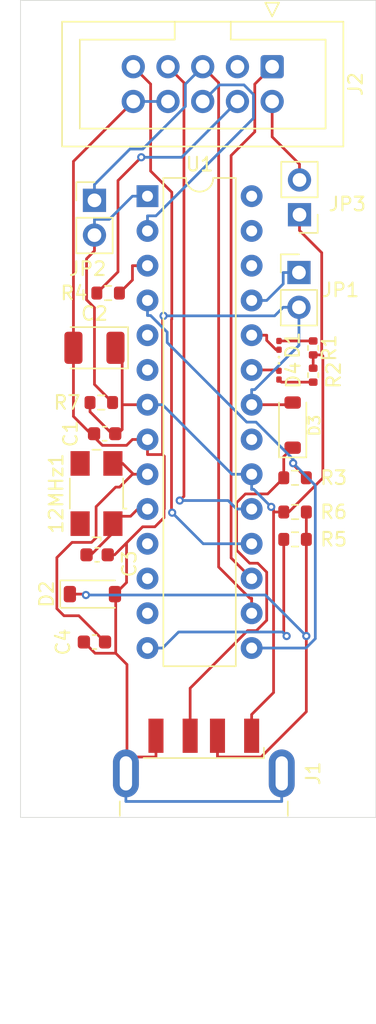
<source format=kicad_pcb>
(kicad_pcb (version 20240108) (generator "pcbnew") (generator_version "8.0")
  (layers (0 "F.Cu" signal) (31 "B.Cu" signal) (34 "B.Paste" user) (35 "F.Paste" user) (36 "B.SilkS" user "B.Silkscreen") (37 "F.SilkS" user "F.Silkscreen") (38 "B.Mask" user) (39 "F.Mask" user) (44 "Edge.Cuts" user))
  (net 0 "")
  (net 1 "XTAL2{slash}PB7")
  (net 2 "XTAL1{slash}PB6")
  (net 3 "+5V")
  (net 4 "GNDREF")
  (net 5 "Net-(D1-K)")
  (net 6 "Net-(D1-A)")
  (net 7 "Net-(D2-K)")
  (net 8 "Net-(D3-K)")
  (net 9 "Net-(D4-K)")
  (net 10 "Net-(D4-A)")
  (net 11 "Net-(J2-Pin_7)")
  (net 12 "Net-(J2-Pin_9)")
  (net 14 "Net-(J2-Pin_1)")
  (net 15 "Net-(J2-Pin_6)")
  (net 16 "VCCINT")
  (net 17 "Net-(J2-Pin_5)")
  (net 18 "Net-(J2-Pin_4)")
  (net 19 "Net-(JP1-A)")
  (net 20 "Net-(JP2-B)")
  (net 21 "Net-(U1-PB1)")
  (net 22 "Net-(U1-PD1)")
  (net 23 "Net-(U1-PB0)")
  (footprint "Connector_PinHeader_2.54mm:PinHeader_1x02_P2.54mm_Vertical" (layer "F.Cu") (at 108.5 50.275 180)
    (property "Reference" "JP3" (at -3.5 0.775 0) (layer "F.SilkS"))
    (property "Value" "Supply Target")
    (fp_line (start 1.33 1.27) (end 1.33 3.87) (stroke (width 0.12)) (layer "F.SilkS"))
    (fp_line (start -1.33 3.87) (end 1.33 3.87) (stroke (width 0.12)) (layer "F.SilkS"))
    (fp_line (start -1.33 1.27) (end 1.33 1.27) (stroke (width 0.12)) (layer "F.SilkS"))
    (fp_line (start -1.33 1.27) (end -1.33 3.87) (stroke (width 0.12)) (layer "F.SilkS"))
    (fp_line (start -1.33 0) (end -1.33 -1.33) (stroke (width 0.12)) (layer "F.SilkS"))
    (fp_line (start -1.33 -1.33) (end 0 -1.33) (stroke (width 0.12)) (layer "F.SilkS"))
    (pad "1" thru_hole rect (at 0 0 180) (size 1.7 1.7) (drill 1) (layers "*.Cu" "*.Mask") (net 3 "+5V"))
    (pad "2" thru_hole oval (at 0 2.54 180) (size 1.7 1.7) (drill 1) (layers "*.Cu" "*.Mask") (net 16 "VCCINT"))
  )
  (footprint "Capacitor_Tantalum_SMD:CP_EIA-3528-21_Kemet-B" (layer "F.Cu") (at 93.5 60 180)
    (property "Reference" "C2" (at 0 2.5 0) (layer "F.SilkS"))
    (property "Value" "C_4u7")
    (fp_line (start 1.75 -1.51) (end -2.46 -1.51) (stroke (width 0.12)) (layer "F.SilkS"))
    (fp_line (start -2.46 1.51) (end 1.75 1.51) (stroke (width 0.12)) (layer "F.SilkS"))
    (fp_line (start -2.46 -1.51) (end -2.46 1.51) (stroke (width 0.12)) (layer "F.SilkS"))
    (pad "1" smd roundrect (at -1.5375 0 180) (size 1.325 2.35) (layers "F.Cu" "F.Paste" "F.Mask") (roundrect_rratio 0.188679) (net 3 "+5V"))
    (pad "2" smd roundrect (at 1.5375 0 180) (size 1.325 2.35) (layers "F.Cu" "F.Paste" "F.Mask") (roundrect_rratio 0.188679) (net 4 "GNDREF"))
  )
  (footprint "Resistor_SMD:R_0603_1608Metric" (layer "F.Cu") (at 94.5 56 180)
    (property "Reference" "R4" (at 2.5 0 0) (layer "F.SilkS"))
    (property "Value" "R_1k")
    (fp_line (start -0.237258 0.5225) (end 0.237258 0.5225) (stroke (width 0.12)) (layer "F.SilkS"))
    (fp_line (start -0.237258 -0.5225) (end 0.237258 -0.5225) (stroke (width 0.12)) (layer "F.SilkS"))
    (pad "1" smd roundrect (at -0.825 0 180) (size 0.8 0.95) (layers "F.Cu" "F.Paste" "F.Mask") (net 22 "Net-(U1-PD1)"))
    (pad "2" smd roundrect (at 0.825 0 180) (size 0.8 0.95) (layers "F.Cu" "F.Paste" "F.Mask") (net 18 "Net-(J2-Pin_4)"))
  )
  (footprint "LED_SMD:LED_0201_0603Metric" (layer "F.Cu") (at 107 62 -90)
    (property "Reference" "D4" (at 0 -1.05 -90) (layer "F.SilkS"))
    (property "Value" "LED")
    (fp_circle (center -0.86 0) (end -0.81 0) (stroke (width 0.1)) (fill none) (layer "F.SilkS"))
    (pad "1" smd roundrect (at -0.32 0 270) (size 0.46 0.4) (layers "F.Cu" "F.Mask") (net 9 "Net-(D4-K)"))
    (pad "2" smd roundrect (at 0.32 0 270) (size 0.46 0.4) (layers "F.Cu" "F.Mask") (net 10 "Net-(D4-A)"))
  )
  (footprint "Connector_PinHeader_2.54mm:PinHeader_1x02_P2.54mm_Vertical" (layer "F.Cu") (at 93.5 49.225)
    (property "Reference" "JP2" (at -0.5 5 0) (layer "F.SilkS"))
    (property "Value" "Self Programming")
    (fp_line (start -1.33 -1.33) (end 0 -1.33) (stroke (width 0.12)) (layer "F.SilkS"))
    (fp_line (start -1.33 0) (end -1.33 -1.33) (stroke (width 0.12)) (layer "F.SilkS"))
    (fp_line (start -1.33 1.27) (end -1.33 3.87) (stroke (width 0.12)) (layer "F.SilkS"))
    (fp_line (start -1.33 1.27) (end 1.33 1.27) (stroke (width 0.12)) (layer "F.SilkS"))
    (fp_line (start -1.33 3.87) (end 1.33 3.87) (stroke (width 0.12)) (layer "F.SilkS"))
    (fp_line (start 1.33 1.27) (end 1.33 3.87) (stroke (width 0.12)) (layer "F.SilkS"))
    (pad "1" thru_hole rect (at 0 0) (size 1.7 1.7) (drill 1) (layers "*.Cu" "*.Mask") (net 17 "Net-(J2-Pin_5)"))
    (pad "2" thru_hole oval (at 0 2.54) (size 1.7 1.7) (drill 1) (layers "*.Cu" "*.Mask") (net 20 "Net-(JP2-B)"))
  )
  (footprint "Resistor_SMD:R_0603_1608Metric" (layer "F.Cu") (at 108.175 74 180)
    (property "Reference" "R5" (at -2.825 0 0) (layer "F.SilkS"))
    (property "Value" "R_68")
    (fp_line (start -0.237258 0.5225) (end 0.237258 0.5225) (stroke (width 0.12)) (layer "F.SilkS"))
    (fp_line (start -0.237258 -0.5225) (end 0.237258 -0.5225) (stroke (width 0.12)) (layer "F.SilkS"))
    (pad "1" smd roundrect (at -0.825 0 180) (size 0.8 0.95) (layers "F.Cu" "F.Paste" "F.Mask") (net 7 "Net-(D2-K)"))
    (pad "2" smd roundrect (at 0.825 0 180) (size 0.8 0.95) (layers "F.Cu" "F.Paste" "F.Mask") (net 23 "Net-(U1-PB0)"))
  )
  (footprint "Resistor_SMD:R_0603_1608Metric" (layer "F.Cu") (at 94 64 180)
    (property "Reference" "R7" (at 2.5 0 180) (layer "F.SilkS"))
    (property "Value" "R_10k")
    (fp_line (start -0.237258 0.5225) (end 0.237258 0.5225) (stroke (width 0.12)) (layer "F.SilkS"))
    (fp_line (start -0.237258 -0.5225) (end 0.237258 -0.5225) (stroke (width 0.12)) (layer "F.SilkS"))
    (pad "1" smd roundrect (at -0.825 0 180) (size 0.8 0.95) (layers "F.Cu" "F.Paste" "F.Mask") (net 20 "Net-(JP2-B)"))
    (pad "2" smd roundrect (at 0.825 0 180) (size 0.8 0.95) (layers "F.Cu" "F.Paste" "F.Mask") (net 3 "+5V"))
  )
  (footprint "Diode_SMD:D_SOD-123" (layer "F.Cu") (at 93.35 78)
    (property "Reference" "D2" (at -3.35 0 90) (layer "F.SilkS"))
    (property "Value" "D_3v6")
    (fp_line (start -2.36 -1) (end -2.36 1) (stroke (width 0.12)) (layer "F.SilkS"))
    (fp_line (start -2.36 -1) (end 1.65 -1) (stroke (width 0.12)) (layer "F.SilkS"))
    (fp_line (start -2.36 1) (end 1.65 1) (stroke (width 0.12)) (layer "F.SilkS"))
    (pad "1" smd roundrect (at -1.65 0) (size 0.9 1.2) (layers "F.Cu" "F.Paste" "F.Mask") (net 7 "Net-(D2-K)"))
    (pad "2" smd roundrect (at 1.65 0) (size 0.9 1.2) (layers "F.Cu" "F.Paste" "F.Mask") (net 4 "GNDREF"))
  )
  (footprint "Package_DIP:DIP-28_W7.62mm" (layer "F.Cu") (at 97.38 48.92)
    (property "Reference" "U1" (at 3.81 -2.33 0) (layer "F.SilkS"))
    (property "Value" "ATmega88A-P")
    (fp_line (start 1.16 -1.33) (end 1.16 34.35) (stroke (width 0.12)) (layer "F.SilkS"))
    (fp_line (start 1.16 34.35) (end 6.46 34.35) (stroke (width 0.12)) (layer "F.SilkS"))
    (fp_line (start 2.81 -1.33) (end 1.16 -1.33) (stroke (width 0.12)) (layer "F.SilkS"))
    (fp_line (start 6.46 -1.33) (end 4.81 -1.33) (stroke (width 0.12)) (layer "F.SilkS"))
    (fp_line (start 6.46 34.35) (end 6.46 -1.33) (stroke (width 0.12)) (layer "F.SilkS"))
    (fp_arc (start 4.81 -1.33) (mid 3.81 -0.33) (end 2.81 -1.33) (stroke (width 0.12)) (layer "F.SilkS"))
    (pad "1" thru_hole rect (at 0 0) (size 1.6 1.6) (drill 0.8) (layers "*.Cu" "*.Mask") (net 20 "Net-(JP2-B)"))
    (pad "2" thru_hole oval (at 0 2.54) (size 1.6 1.6) (drill 0.8) (layers "*.Cu" "*.Mask") (net 15 "Net-(J2-Pin_6)"))
    (pad "3" thru_hole oval (at 0 5.08) (size 1.6 1.6) (drill 0.8) (layers "*.Cu" "*.Mask") (net 22 "Net-(U1-PD1)"))
    (pad "4" thru_hole oval (at 0 7.62) (size 1.6 1.6) (drill 0.8) (layers "*.Cu" "*.Mask") (net 21 "Net-(U1-PB1)"))
    (pad "5" thru_hole oval (at 0 10.16) (size 1.6 1.6) (drill 0.8) (layers "*.Cu" "*.Mask"))
    (pad "6" thru_hole oval (at 0 12.7) (size 1.6 1.6) (drill 0.8) (layers "*.Cu" "*.Mask"))
    (pad "7" thru_hole oval (at 0 15.24) (size 1.6 1.6) (drill 0.8) (layers "*.Cu" "*.Mask") (net 3 "+5V"))
    (pad "8" thru_hole oval (at 0 17.78) (size 1.6 1.6) (drill 0.8) (layers "*.Cu" "*.Mask") (net 4 "GNDREF"))
    (pad "9" thru_hole oval (at 0 20.32) (size 1.6 1.6) (drill 0.8) (layers "*.Cu" "*.Mask") (net 2 "XTAL1{slash}PB6"))
    (pad "10" thru_hole oval (at 0 22.86) (size 1.6 1.6) (drill 0.8) (layers "*.Cu" "*.Mask") (net 1 "XTAL2{slash}PB7"))
    (pad "11" thru_hole oval (at 0 25.4) (size 1.6 1.6) (drill 0.8) (layers "*.Cu" "*.Mask"))
    (pad "12" thru_hole oval (at 0 27.94) (size 1.6 1.6) (drill 0.8) (layers "*.Cu" "*.Mask"))
    (pad "13" thru_hole oval (at 0 30.48) (size 1.6 1.6) (drill 0.8) (layers "*.Cu" "*.Mask"))
    (pad "14" thru_hole oval (at 0 33.02) (size 1.6 1.6) (drill 0.8) (layers "*.Cu" "*.Mask") (net 23 "Net-(U1-PB0)"))
    (pad "15" thru_hole oval (at 7.62 33.02) (size 1.6 1.6) (drill 0.8) (layers "*.Cu" "*.Mask") (net 21 "Net-(U1-PB1)"))
    (pad "16" thru_hole oval (at 7.62 30.48) (size 1.6 1.6) (drill 0.8) (layers "*.Cu" "*.Mask") (net 17 "Net-(J2-Pin_5)"))
    (pad "17" thru_hole oval (at 7.62 27.94) (size 1.6 1.6) (drill 0.8) (layers "*.Cu" "*.Mask") (net 14 "Net-(J2-Pin_1)"))
    (pad "18" thru_hole oval (at 7.62 25.4) (size 1.6 1.6) (drill 0.8) (layers "*.Cu" "*.Mask") (net 12 "Net-(J2-Pin_9)"))
    (pad "19" thru_hole oval (at 7.62 22.86) (size 1.6 1.6) (drill 0.8) (layers "*.Cu" "*.Mask") (net 11 "Net-(J2-Pin_7)"))
    (pad "20" thru_hole oval (at 7.62 20.32) (size 1.6 1.6) (drill 0.8) (layers "*.Cu" "*.Mask") (net 3 "+5V"))
    (pad "21" thru_hole oval (at 7.62 17.78) (size 1.6 1.6) (drill 0.8) (layers "*.Cu" "*.Mask"))
    (pad "22" thru_hole oval (at 7.62 15.24) (size 1.6 1.6) (drill 0.8) (layers "*.Cu" "*.Mask") (net 4 "GNDREF"))
    (pad "23" thru_hole oval (at 7.62 12.7) (size 1.6 1.6) (drill 0.8) (layers "*.Cu" "*.Mask") (net 9 "Net-(D4-K)"))
    (pad "24" thru_hole oval (at 7.62 10.16) (size 1.6 1.6) (drill 0.8) (layers "*.Cu" "*.Mask") (net 5 "Net-(D1-K)"))
    (pad "25" thru_hole oval (at 7.62 7.62) (size 1.6 1.6) (drill 0.8) (layers "*.Cu" "*.Mask") (net 19 "Net-(JP1-A)"))
    (pad "26" thru_hole oval (at 7.62 5.08) (size 1.6 1.6) (drill 0.8) (layers "*.Cu" "*.Mask"))
    (pad "27" thru_hole oval (at 7.62 2.54) (size 1.6 1.6) (drill 0.8) (layers "*.Cu" "*.Mask"))
    (pad "28" thru_hole oval (at 7.62 0) (size 1.6 1.6) (drill 0.8) (layers "*.Cu" "*.Mask"))
  )
  (footprint "Resistor_SMD:R_0402_1005Metric" (layer "F.Cu") (at 109.5 60.01 -90)
    (property "Reference" "R1" (at 0 -1.17 -90) (layer "F.SilkS"))
    (property "Value" "R_1k")
    (fp_line (start -0.153641 0.38) (end 0.153641 0.38) (stroke (width 0.12)) (layer "F.SilkS"))
    (fp_line (start -0.153641 -0.38) (end 0.153641 -0.38) (stroke (width 0.12)) (layer "F.SilkS"))
    (pad "1" smd roundrect (at -0.51 0 270) (size 0.54 0.64) (layers "F.Cu" "F.Paste" "F.Mask") (net 6 "Net-(D1-A)"))
    (pad "2" smd roundrect (at 0.51 0 270) (size 0.54 0.64) (layers "F.Cu" "F.Paste" "F.Mask") (net 3 "+5V"))
  )
  (footprint "Resistor_SMD:R_0603_1608Metric" (layer "F.Cu") (at 108.175 72 180)
    (property "Reference" "R6" (at -2.825 0 0) (layer "F.SilkS"))
    (property "Value" "R_2k2")
    (fp_line (start -0.237258 0.5225) (end 0.237258 0.5225) (stroke (width 0.12)) (layer "F.SilkS"))
    (fp_line (start -0.237258 -0.5225) (end 0.237258 -0.5225) (stroke (width 0.12)) (layer "F.SilkS"))
    (pad "1" smd roundrect (at -0.825 0 180) (size 0.8 0.95) (layers "F.Cu" "F.Paste" "F.Mask") (net 7 "Net-(D2-K)"))
    (pad "2" smd roundrect (at 0.825 0 180) (size 0.8 0.95) (layers "F.Cu" "F.Paste" "F.Mask") (net 3 "+5V"))
  )
  (footprint "Resistor_SMD:R_0603_1608Metric" (layer "F.Cu") (at 108.175 69.5)
    (property "Reference" "R3" (at 2.825 0 0) (layer "F.SilkS"))
    (property "Value" "R_68")
    (fp_line (start -0.237258 -0.5225) (end 0.237258 -0.5225) (stroke (width 0.12)) (layer "F.SilkS"))
    (fp_line (start -0.237258 0.5225) (end 0.237258 0.5225) (stroke (width 0.12)) (layer "F.SilkS"))
    (pad "1" smd roundrect (at -0.825 0) (size 0.8 0.95) (layers "F.Cu" "F.Paste" "F.Mask") (net 8 "Net-(D3-K)"))
    (pad "2" smd roundrect (at 0.825 0) (size 0.8 0.95) (layers "F.Cu" "F.Paste" "F.Mask") (net 21 "Net-(U1-PB1)"))
  )
  (footprint "Resistor_SMD:R_0402_1005Metric" (layer "F.Cu") (at 109.5 62 90)
    (property "Reference" "R2" (at 0 1.5 90) (layer "F.SilkS"))
    (property "Value" "R_1k")
    (fp_line (start -0.153641 -0.38) (end 0.153641 -0.38) (stroke (width 0.12)) (layer "F.SilkS"))
    (fp_line (start -0.153641 0.38) (end 0.153641 0.38) (stroke (width 0.12)) (layer "F.SilkS"))
    (pad "1" smd roundrect (at -0.51 0 90) (size 0.54 0.64) (layers "F.Cu" "F.Paste" "F.Mask") (net 10 "Net-(D4-A)"))
    (pad "2" smd roundrect (at 0.51 0 90) (size 0.54 0.64) (layers "F.Cu" "F.Paste" "F.Mask") (net 3 "+5V"))
  )
  (footprint "Connector_PinHeader_2.54mm:PinHeader_1x02_P2.54mm_Vertical" (layer "F.Cu") (at 108.46 54.5)
    (property "Reference" "JP1" (at 3.04 1.275 180) (layer "F.SilkS"))
    (property "Value" "Slow SCK")
    (fp_line (start -1.33 -1.33) (end 0 -1.33) (stroke (width 0.12)) (layer "F.SilkS"))
    (fp_line (start -1.33 0) (end -1.33 -1.33) (stroke (width 0.12)) (layer "F.SilkS"))
    (fp_line (start -1.33 1.27) (end -1.33 3.87) (stroke (width 0.12)) (layer "F.SilkS"))
    (fp_line (start -1.33 1.27) (end 1.33 1.27) (stroke (width 0.12)) (layer "F.SilkS"))
    (fp_line (start -1.33 3.87) (end 1.33 3.87) (stroke (width 0.12)) (layer "F.SilkS"))
    (fp_line (start 1.33 1.27) (end 1.33 3.87) (stroke (width 0.12)) (layer "F.SilkS"))
    (pad "1" thru_hole rect (at 0 0) (size 1.7 1.7) (drill 1) (layers "*.Cu" "*.Mask") (net 19 "Net-(JP1-A)"))
    (pad "2" thru_hole oval (at 0 2.54) (size 1.7 1.7) (drill 1) (layers "*.Cu" "*.Mask") (net 4 "GNDREF"))
  )
  (footprint "Capacitor_SMD:C_0603_1608Metric" (layer "F.Cu") (at 93.5 81.5 180)
    (property "Reference" "C4" (at 2.3 0 90) (layer "F.SilkS"))
    (property "Value" "C_22p")
    (fp_line (start -0.14058 0.51) (end 0.14058 0.51) (stroke (width 0.12)) (layer "F.SilkS"))
    (fp_line (start -0.14058 -0.51) (end 0.14058 -0.51) (stroke (width 0.12)) (layer "F.SilkS"))
    (pad "1" smd roundrect (at -0.775 0 180) (size 0.9 0.95) (layers "F.Cu" "F.Paste" "F.Mask") (net 2 "XTAL1{slash}PB6"))
    (pad "2" smd roundrect (at 0.775 0 180) (size 0.9 0.95) (layers "F.Cu" "F.Paste" "F.Mask") (net 4 "GNDREF"))
  )
  (footprint "Diode_SMD:D_SOD-123" (layer "F.Cu") (at 108 65.65 90)
    (property "Reference" "D3" (at -0.03 1.61 90) (layer "F.SilkS") (effects (font (size 0.8 0.8))))
    (property "Value" "D_3v6")
    (fp_line (start -2.36 -1) (end 1.65 -1) (stroke (width 0.12)) (layer "F.SilkS"))
    (fp_line (start -2.36 -1) (end -2.36 1) (stroke (width 0.12)) (layer "F.SilkS"))
    (fp_line (start -2.36 1) (end 1.65 1) (stroke (width 0.12)) (layer "F.SilkS"))
    (pad "1" smd roundrect (at -1.65 0 90) (size 0.9 1.2) (layers "F.Cu" "F.Paste" "F.Mask") (net 8 "Net-(D3-K)"))
    (pad "2" smd roundrect (at 1.65 0 90) (size 0.9 1.2) (layers "F.Cu" "F.Paste" "F.Mask") (net 4 "GNDREF"))
  )
  (footprint "Crystal:Crystal_SMD_0603-4Pin_6.0x3.5mm" (layer "F.Cu") (at 93.65 70.65 90)
    (property "Reference" "12MHz1" (at 0 -2.95 90) (layer "F.SilkS"))
    (property "Value" "Crystal")
    (fp_line (start -1.1 -1.95) (end 1.1 -1.95) (stroke (width 0.12)) (layer "F.SilkS"))
    (fp_line (start 3.2 -0.3) (end 3.2 0.3) (stroke (width 0.12)) (layer "F.SilkS"))
    (fp_line (start -3.2 0.3) (end -3.2 -0.3) (stroke (width 0.12)) (layer "F.SilkS"))
    (fp_line (start -3.44 0.3) (end -3.2 0.3) (stroke (width 0.12)) (layer "F.SilkS"))
    (fp_line (start 1.1 1.95) (end -1.1 1.95) (stroke (width 0.12)) (layer "F.SilkS"))
    (fp_line (start -1.1 1.95) (end -1.1 2.19) (stroke (width 0.12)) (layer "F.SilkS"))
    (pad "1" smd rect (at -2.2 1.2 90) (size 1.8 1.4) (layers "F.Cu" "F.Paste" "F.Mask") (net 1 "XTAL2{slash}PB7"))
    (pad "2" smd rect (at 2.2 1.2 90) (size 1.8 1.4) (layers "F.Cu" "F.Paste" "F.Mask") (net 2 "XTAL1{slash}PB6"))
    (pad "3" smd rect (at 2.2 -1.2 90) (size 1.8 1.4) (layers "F.Cu" "F.Paste" "F.Mask"))
    (pad "4" smd rect (at -2.2 -1.2 90) (size 1.8 1.4) (layers "F.Cu" "F.Paste" "F.Mask"))
  )
  (footprint "Connector_USB:USB_A_CNCTech_1001-011-01101_Horizontal" (layer "F.Cu") (at 101.5 98 -90)
    (property "Reference" "J1" (at -6.9 -8 90) (layer "F.SilkS"))
    (property "Value" "USB_A")
    (fp_line (start -4.85 6.145) (end -3.8 6.145) (stroke (width 0.12)) (layer "F.SilkS"))
    (fp_line (start -8.02 -4.4) (end -8.02 4.4) (stroke (width 0.12)) (layer "F.SilkS"))
    (fp_line (start -8.02 -4.4) (end -8.775 -4.4) (stroke (width 0.12)) (layer "F.SilkS"))
    (fp_line (start -4.85 -6.145) (end -3.8 -6.145) (stroke (width 0.12)) (layer "F.SilkS"))
    (pad "" np_thru_hole circle (at -6.9 -2.3 270) (size 1.1 1.1) (drill 1.1) (layers "*.Cu" "*.Mask"))
    (pad "" np_thru_hole circle (at -6.9 2.3 270) (size 1.1 1.1) (drill 1.1) (layers "*.Cu" "*.Mask"))
    (pad "1" smd rect (at -9.65 -3.5 270) (size 2.5 1.1) (layers "F.Cu" "F.Paste" "F.Mask") (net 3 "+5V"))
    (pad "2" smd rect (at -9.65 -1 270) (size 2.5 1.1) (layers "F.Cu" "F.Paste" "F.Mask") (net 7 "Net-(D2-K)"))
    (pad "3" smd rect (at -9.65 1 270) (size 2.5 1.1) (layers "F.Cu" "F.Paste" "F.Mask") (net 8 "Net-(D3-K)"))
    (pad "4" smd rect (at -9.65 3.5 270) (size 2.5 1.1) (layers "F.Cu" "F.Paste" "F.Mask") (net 4 "GNDREF"))
    (pad "5" thru_hole oval (at -6.9 -5.7 270) (size 3.5 1.9) (drill oval 2.5 0.9) (layers "*.Cu" "*.Mask") (net 4 "GNDREF"))
    (pad "5" thru_hole oval (at -6.9 5.7 270) (size 3.5 1.9) (drill oval 2.5 0.9) (layers "*.Cu" "*.Mask") (net 4 "GNDREF"))
  )
  (footprint "Capacitor_SMD:C_0603_1608Metric" (layer "F.Cu") (at 93.695 75.13)
    (property "Reference" "C3" (at 2.355 0.66 90) (layer "F.SilkS"))
    (property "Value" "C_22p")
    (fp_line (start -0.14058 -0.51) (end 0.14058 -0.51) (stroke (width 0.12)) (layer "F.SilkS"))
    (fp_line (start -0.14058 0.51) (end 0.14058 0.51) (stroke (width 0.12)) (layer "F.SilkS"))
    (pad "1" smd roundrect (at -0.775 0) (size 0.9 0.95) (layers "F.Cu" "F.Paste" "F.Mask") (net 1 "XTAL2{slash}PB7"))
    (pad "2" smd roundrect (at 0.775 0) (size 0.9 0.95) (layers "F.Cu" "F.Paste" "F.Mask") (net 4 "GNDREF"))
  )
  (footprint "Capacitor_SMD:C_0603_1608Metric" (layer "F.Cu") (at 94.245 66.28)
    (property "Reference" "C1" (at -2.5 0 90) (layer "F.SilkS"))
    (property "Value" "C_100n")
    (fp_line (start -0.14058 -0.51) (end 0.14058 -0.51) (stroke (width 0.12)) (layer "F.SilkS"))
    (fp_line (start -0.14058 0.51) (end 0.14058 0.51) (stroke (width 0.12)) (layer "F.SilkS"))
    (pad "1" smd roundrect (at -0.775 0) (size 0.9 0.95) (layers "F.Cu" "F.Paste" "F.Mask") (net 4 "GNDREF"))
    (pad "2" smd roundrect (at 0.775 0) (size 0.9 0.95) (layers "F.Cu" "F.Paste" "F.Mask") (net 3 "+5V"))
  )
  (footprint "Connector_IDC:IDC-Header_2x05_P2.54mm_Vertical" (layer "F.Cu") (at 106.5 39.46 -90)
    (property "Reference" "J2" (at 1.27 -6.1 90) (layer "F.SilkS"))
    (property "Value" "Conector 2X5")
    (fp_line (start -3.29 15.37) (end -3.29 -5.21) (stroke (width 0.12)) (layer "F.SilkS"))
    (fp_line (start 5.83 15.37) (end -3.29 15.37) (stroke (width 0.12)) (layer "F.SilkS"))
    (fp_line (start -1.98 14.07) (end -1.98 7.13) (stroke (width 0.12)) (layer "F.SilkS"))
    (fp_line (start 4.52 14.07) (end -1.98 14.07) (stroke (width 0.12)) (layer "F.SilkS"))
    (fp_line (start -1.98 7.13) (end -3.29 7.13) (stroke (width 0.12)) (layer "F.SilkS"))
    (fp_line (start -1.98 7.13) (end -1.98 7.13) (stroke (width 0.12)) (layer "F.SilkS"))
    (fp_line (start -3.29 3.03) (end -1.98 3.03) (stroke (width 0.12)) (layer "F.SilkS"))
    (fp_line (start -1.98 3.03) (end -1.98 -3.91) (stroke (width 0.12)) (layer "F.SilkS"))
    (fp_line (start -4.68 0.5) (end -3.68 0) (stroke (width 0.12)) (layer "F.SilkS"))
    (fp_line (start -3.68 0) (end -4.68 -0.5) (stroke (width 0.12)) (layer "F.SilkS"))
    (fp_line (start -4.68 -0.5) (end -4.68 0.5) (stroke (width 0.12)) (layer "F.SilkS"))
    (fp_line (start -1.98 -3.91) (end 4.52 -3.91) (stroke (width 0.12)) (layer "F.SilkS"))
    (fp_line (start 4.52 -3.91) (end 4.52 14.07) (stroke (width 0.12)) (layer "F.SilkS"))
    (fp_line (start -3.29 -5.21) (end 5.83 -5.21) (stroke (width 0.12)) (layer "F.SilkS"))
    (fp_line (start 5.83 -5.21) (end 5.83 15.37) (stroke (width 0.12)) (layer "F.SilkS"))
    (pad "1" thru_hole roundrect (at 0 0 270) (size 1.7 1.7) (drill 1) (layers "*.Cu" "*.Mask") (roundrect_rratio 0.147059) (net 14 "Net-(J2-Pin_1)"))
    (pad "2" thru_hole circle (at 2.54 0 270) (size 1.7 1.7) (drill 1) (layers "*.Cu" "*.Mask") (net 16 "VCCINT"))
    (pad "3" thru_hole circle (at 0 2.54 270) (size 1.7 1.7) (drill 1) (layers "*.Cu" "*.Mask"))
    (pad "4" thru_hole circle (at 2.54 2.54 270) (size 1.7 1.7) (drill 1) (layers "*.Cu" "*.Mask") (net 18 "Net-(J2-Pin_4)"))
    (pad "5" thru_hole circle (at 0 5.08 270) (size 1.7 1.7) (drill 1) (layers "*.Cu" "*.Mask") (net 17 "Net-(J2-Pin_5)"))
    (pad "6" thru_hole circle (at 2.54 5.08 270) (size 1.7 1.7) (drill 1) (layers "*.Cu" "*.Mask") (net 15 "Net-(J2-Pin_6)"))
    (pad "7" thru_hole circle (at 0 7.62 270) (size 1.7 1.7) (drill 1) (layers "*.Cu" "*.Mask") (net 11 "Net-(J2-Pin_7)"))
    (pad "8" thru_hole circle (at 2.54 7.62 270) (size 1.7 1.7) (drill 1) (layers "*.Cu" "*.Mask") (net 4 "GNDREF"))
    (pad "9" thru_hole circle (at 0 10.16 270) (size 1.7 1.7) (drill 1) (layers "*.Cu" "*.Mask") (net 12 "Net-(J2-Pin_9)"))
    (pad "10" thru_hole circle (at 2.54 10.16 270) (size 1.7 1.7) (drill 1) (layers "*.Cu" "*.Mask") (net 4 "GNDREF"))
  )
  (footprint "LED_SMD:LED_0201_0603Metric" (layer "F.Cu") (at 107 59.82 90)
    (property "Reference" "D1" (at 0 1 90) (layer "F.SilkS"))
    (property "Value" "LED")
    (fp_circle (center -0.86 0) (end -0.81 0) (stroke (width 0.1)) (fill none) (layer "F.SilkS"))
    (pad "1" smd roundrect (at -0.32 0 90) (size 0.46 0.4) (layers "F.Cu" "F.Mask") (net 5 "Net-(D1-K)"))
    (pad "2" smd roundrect (at 0.32 0 90) (size 0.46 0.4) (layers "F.Cu" "F.Mask") (net 6 "Net-(D1-A)"))
  )
  (gr_rect (start 88.09 34.61) (end 114.09 94.32) (stroke (width 0.05)) (fill none) (layer "Edge.Cuts"))
  (segment (start 94.85 73.526304) (end 94.85 72.85) (width 0.2) (layer "F.Cu") (net 1))
  (segment (start 93.246304 75.13) (end 94.85 73.526304) (width 0.2) (layer "F.Cu") (net 1))
  (segment (start 96.67 71.78) (end 96.14 72.31) (width 0.2) (layer "F.Cu") (net 1))
  (segment (start 92.92 75.13) (end 93.246304 75.13) (width 0.2) (layer "F.Cu") (net 1))
  (segment (start 97.38 71.78) (end 96.67 71.78) (width 0.2) (layer "F.Cu") (net 1))
  (segment (start 95.39 72.31) (end 94.85 72.85) (width 0.2) (layer "F.Cu") (net 1))
  (segment (start 96.14 72.31) (end 95.39 72.31) (width 0.2) (layer "F.Cu") (net 1))
  (segment (start 93.28 74.22) (end 91.86 74.22) (width 0.2) (layer "F.Cu") (net 2))
  (segment (start 93.62 73.88) (end 93.28 74.22) (width 0.2) (layer "F.Cu") (net 2))
  (segment (start 95.56 68.45) (end 96.35 69.24) (width 0.2) (layer "F.Cu") (net 2))
  (segment (start 92.355 79.58) (end 94.275 81.5) (width 0.2) (layer "F.Cu") (net 2))
  (segment (start 91.86 74.22) (end 90.75 75.33) (width 0.2) (layer "F.Cu") (net 2))
  (segment (start 95.3383 70.18) (end 95.05 70.18) (width 0.2) (layer "F.Cu") (net 2))
  (segment (start 96.4 69.24) (end 96.2783 69.24) (width 0.2) (layer "F.Cu") (net 2))
  (segment (start 94.85 68.45) (end 95.56 68.45) (width 0.2) (layer "F.Cu") (net 2))
  (segment (start 90.75 79.06) (end 91.27 79.58) (width 0.2) (layer "F.Cu") (net 2))
  (segment (start 90.75 75.33) (end 90.75 79.06) (width 0.2) (layer "F.Cu") (net 2))
  (segment (start 93.62 71.61) (end 93.62 73.88) (width 0.2) (layer "F.Cu") (net 2))
  (segment (start 95.05 70.18) (end 93.62 71.61) (width 0.2) (layer "F.Cu") (net 2))
  (segment (start 96.2783 69.24) (end 95.3383 70.18) (width 0.2) (layer "F.Cu") (net 2))
  (segment (start 91.27 79.58) (end 92.355 79.58) (width 0.2) (layer "F.Cu") (net 2))
  (segment (start 97.38 69.24) (end 96.4 69.24) (width 0.2) (layer "F.Cu") (net 2))
  (segment (start 96.35 69.24) (end 96.4 69.24) (width 0.2) (layer "F.Cu") (net 2))
  (segment (start 106.6044 85.1939) (end 106.6044 72) (width 0.2) (layer "F.Cu") (net 3))
  (segment (start 108.5 51.4267) (end 110.1261 53.0528) (width 0.2) (layer "F.Cu") (net 3))
  (segment (start 110.1261 60.52) (end 110.21 60.6039) (width 0.2) (layer "F.Cu") (net 3))
  (segment (start 95.5275 60.49) (end 95.5275 64.16) (width 0.2) (layer "F.Cu") (net 3))
  (segment (start 105 88.35) (end 105 86.7983) (width 0.2) (layer "F.Cu") (net 3))
  (segment (start 110.21 60.6039) (end 110.21 69.5106) (width 0.2) (layer "F.Cu") (net 3))
  (segment (start 106.6044 72) (end 106.6044 71.7979) (width 0.2) (layer "F.Cu") (net 3))
  (segment (start 107.7206 72) (end 107.35 72) (width 0.2) (layer "F.Cu") (net 3))
  (segment (start 110.1261 53.0528) (end 110.1261 60.52) (width 0.2) (layer "F.Cu") (net 3))
  (segment (start 93.175 64.675) (end 93.175 64) (width 0.2) (layer "F.Cu") (net 3))
  (segment (start 106.6044 72) (end 107.35 72) (width 0.2) (layer "F.Cu") (net 3))
  (segment (start 109.5 61.49) (end 109.5 60.52) (width 0.2) (layer "F.Cu") (net 3))
  (segment (start 95.5275 64.16) (end 95.5275 65.9725) (width 0.2) (layer "F.Cu") (net 3))
  (segment (start 95.5275 65.9725) (end 95 66.5) (width 0.2) (layer "F.Cu") (net 3))
  (segment (start 97.38 64.16) (end 95.5275 64.16) (width 0.2) (layer "F.Cu") (net 3))
  (segment (start 110.1261 60.52) (end 109.5 60.52) (width 0.2) (layer "F.Cu") (net 3))
  (segment (start 105 86.7983) (end 106.6044 85.1939) (width 0.2) (layer "F.Cu") (net 3))
  (segment (start 95.0375 60) (end 95.5275 60.49) (width 0.2) (layer "F.Cu") (net 3))
  (segment (start 110.21 69.5106) (end 107.7206 72) (width 0.2) (layer "F.Cu") (net 3))
  (segment (start 108.5 50.275) (end 108.5 51.4267) (width 0.2) (layer "F.Cu") (net 3))
  (segment (start 95 66.5) (end 93.175 64.675) (width 0.2) (layer "F.Cu") (net 3))
  (segment (start 106.6044 71.7979) (end 106.4321 71.6256) (width 0.2) (layer "F.Cu") (net 3))
  (via (at 106.4321 71.6256) (size 0.6) (drill 0.3) (layers "F.Cu" "B.Cu") (net 3))
  (segment (start 105.1482 70.3417) (end 106.4321 71.6256) (width 0.2) (layer "B.Cu") (net 3))
  (segment (start 103.5617 69.24) (end 98.4817 64.16) (width 0.2) (layer "B.Cu") (net 3))
  (segment (start 105 69.24) (end 105 70.3417) (width 0.2) (layer "B.Cu") (net 3))
  (segment (start 105 69.24) (end 103.5617 69.24) (width 0.2) (layer "B.Cu") (net 3))
  (segment (start 97.38 64.16) (end 98.4817 64.16) (width 0.2) (layer "B.Cu") (net 3))
  (segment (start 105 70.3417) (end 105.1482 70.3417) (width 0.2) (layer "B.Cu") (net 3))
  (segment (start 98.5854 71.798671) (end 98.5854 72.4146) (width 0.2) (layer "F.Cu") (net 4))
  (segment (start 97.0254 73.08) (end 95.8485 74.2569) (width 0.2) (layer "F.Cu") (net 4))
  (segment (start 96.34 42) (end 91.9625 46.3775) (width 0.2) (layer "F.Cu") (net 4))
  (segment (start 95.879 83.1441) (end 95.0549 82.32) (width 0.2) (layer "F.Cu") (net 4))
  (segment (start 107.84 64.16) (end 105 64.16) (width 0.2) (layer "F.Cu") (net 4))
  (segment (start 95.879 89.9017) (end 95.879 83.1441) (width 0.2) (layer "F.Cu") (net 4))
  (segment (start 97.38 66.7) (end 97.38 67.8017) (width 0.2) (layer "F.Cu") (net 4))
  (segment (start 95.8485 77.1515) (end 95 78) (width 0.2) (layer "F.Cu") (net 4))
  (segment (start 95.8 91.1) (end 95.8 90.0741) (width 0.2) (layer "F.Cu") (net 4))
  (segment (start 95.879 89.9951) (end 95.879 89.9017) (width 0.2) (layer "F.Cu") (net 4))
  (segment (start 97.38 67.8017) (end 98.4857 67.8017) (width 0.2) (layer "F.Cu") (net 4))
  (segment (start 95.8485 74.2569) (end 95.8485 77.1515) (width 0.2) (layer "F.Cu") (net 4))
  (segment (start 95.0549 78.0549) (end 95.0549 82.32) (width 0.2) (layer "F.Cu") (net 4))
  (segment (start 108 64) (end 107.84 64.16) (width 0.2) (layer "F.Cu") (net 4))
  (segment (start 95.8483 67.13) (end 94.08 67.13) (width 0.2) (layer "F.Cu") (net 4))
  (segment (start 97.38 66.7) (end 96.2783 66.7) (width 0.2) (layer "F.Cu") (net 4))
  (segment (start 98.4857 67.8017) (end 98.4857 57.7359) (width 0.2) (layer "F.Cu") (net 4))
  (segment (start 95.8 90.0741) (end 95.879 89.9951) (width 0.2) (layer "F.Cu") (net 4))
  (segment (start 98.61 71.774071) (end 98.5854 71.798671) (width 0.2) (layer "F.Cu") (net 4))
  (segment (start 95 78) (end 95.0549 78.0549) (width 0.2) (layer "F.Cu") (net 4))
  (segment (start 98.4857 57.7359) (end 98.5558 57.6658) (width 0.2) (layer "F.Cu") (net 4))
  (segment (start 93.545 82.32) (end 92.725 81.5) (width 0.2) (layer "F.Cu") (net 4))
  (segment (start 94.9754 75.13) (end 94.47 75.13) (width 0.2) (layer "F.Cu") (net 4))
  (segment (start 97.92 73.08) (end 97.0254 73.08) (width 0.2) (layer "F.Cu") (net 4))
  (segment (start 98 89.9017) (end 95.879 89.9017) (width 0.2) (layer "F.Cu") (net 4))
  (segment (start 95.8485 74.2569) (end 94.9754 75.13) (width 0.2) (layer "F.Cu") (net 4))
  (segment (start 98.61 67.926) (end 98.61 71.774071) (width 0.2) (layer "F.Cu") (net 4))
  (segment (start 98.61 67.926) (end 98.4857 67.8017) (width 0.2) (layer "F.Cu") (net 4))
  (segment (start 95.0549 82.32) (end 93.545 82.32) (width 0.2) (layer "F.Cu") (net 4))
  (segment (start 94.08 67.13) (end 91.9625 65.0125) (width 0.2) (layer "F.Cu") (net 4))
  (segment (start 91.9625 65.0125) (end 91.9625 60) (width 0.2) (layer "F.Cu") (net 4))
  (segment (start 91.9625 46.3775) (end 91.9625 60) (width 0.2) (layer "F.Cu") (net 4))
  (segment (start 98 88.35) (end 98 89.9017) (width 0.2) (layer "F.Cu") (net 4))
  (segment (start 98.5854 72.4146) (end 97.92 73.08) (width 0.2) (layer "F.Cu") (net 4))
  (segment (start 96.2783 66.7) (end 95.8483 67.13) (width 0.2) (layer "F.Cu") (net 4))
  (via (at 98.5558 57.6658) (size 0.6) (drill 0.3) (layers "F.Cu" "B.Cu") (net 4))
  (segment (start 105 64.16) (end 105 63.0583) (width 0.2) (layer "B.Cu") (net 4))
  (segment (start 96.34 42) (end 98.88 42) (width 0.2) (layer "B.Cu") (net 4))
  (segment (start 107.2 91.1) (end 107.2 93.1517) (width 0.2) (layer "B.Cu") (net 4))
  (segment (start 107.2 93.1517) (end 95.8 93.1517) (width 0.2) (layer "B.Cu") (net 4))
  (segment (start 108.46 59.8266) (end 105.2283 63.0583) (width 0.2) (layer "B.Cu") (net 4))
  (segment (start 108.46 57.04) (end 107.3083 57.04) (width 0.2) (layer "B.Cu") (net 4))
  (segment (start 98.5558 57.6658) (end 106.6825 57.6658) (width 0.2) (layer "B.Cu") (net 4))
  (segment (start 108.46 57.04) (end 108.46 59.8266) (width 0.2) (layer "B.Cu") (net 4))
  (segment (start 95.8 91.1) (end 95.8 93.1517) (width 0.2) (layer "B.Cu") (net 4))
  (segment (start 105.2283 63.0583) (end 105 63.0583) (width 0.2) (layer "B.Cu") (net 4))
  (segment (start 106.6825 57.6658) (end 107.3083 57.04) (width 0.2) (layer "B.Cu") (net 4))
  (segment (start 105 59.08) (end 106.1017 59.08) (width 0.2) (layer "F.Cu") (net 5))
  (segment (start 106.1017 59.4561) (end 106.7856 60.14) (width 0.2) (layer "F.Cu") (net 5))
  (segment (start 106.1017 59.08) (end 106.1017 59.4561) (width 0.2) (layer "F.Cu") (net 5))
  (segment (start 106.7856 60.14) (end 107 60.14) (width 0.2) (layer "F.Cu") (net 5))
  (segment (start 107 59.5) (end 109.5 59.5) (width 0.2) (layer "F.Cu") (net 6))
  (segment (start 105.6917 89.9017) (end 102.5 89.9017) (width 0.2) (layer "F.Cu") (net 7))
  (segment (start 102.5 88.35) (end 102.5 89.8008) (width 0.2) (layer "F.Cu") (net 7))
  (segment (start 109 72) (end 109 74) (width 0.2) (layer "F.Cu") (net 7))
  (segment (start 91.7 78) (end 92.8097 78) (width 0.2) (layer "F.Cu") (net 7))
  (segment (start 109 81.0611) (end 109 86.5934) (width 0.2) (layer "F.Cu") (net 7))
  (segment (start 102.5 89.8008) (end 102.5 89.9002) (width 0.2) (layer "F.Cu") (net 7))
  (segment (start 109 86.5934) (end 105.6917 89.9017) (width 0.2) (layer "F.Cu") (net 7))
  (segment (start 92.8097 78) (end 92.8746 78.0649) (width 0.2) (layer "F.Cu") (net 7))
  (segment (start 109 74) (end 109 81.0611) (width 0.2) (layer "F.Cu") (net 7))
  (segment (start 102.5 89.9002) (end 102.5 89.9017) (width 0.2) (layer "F.Cu") (net 7))
  (via (at 109 81.0611) (size 0.6) (drill 0.3) (layers "F.Cu" "B.Cu") (net 7))
  (via (at 92.8746 78.0649) (size 0.6) (drill 0.3) (layers "F.Cu" "B.Cu") (net 7))
  (segment (start 106.0038 78.0649) (end 109 81.0611) (width 0.2) (layer "B.Cu") (net 7))
  (segment (start 92.8746 78.0649) (end 106.0038 78.0649) (width 0.2) (layer "B.Cu") (net 7))
  (segment (start 104.705 80.67) (end 105.3472 80.67) (width 0.2) (layer "F.Cu") (net 8))
  (segment (start 105.4462 75.7413) (end 104.8536 75.7413) (width 0.2) (layer "F.Cu") (net 8))
  (segment (start 105.3472 80.67) (end 106.1019 79.9153) (width 0.2) (layer "F.Cu") (net 8))
  (segment (start 108 67.3) (end 107.35 67.95) (width 0.2) (layer "F.Cu") (net 8))
  (segment (start 106.1019 76.397) (end 105.4462 75.7413) (width 0.2) (layer "F.Cu") (net 8))
  (segment (start 100.5 84.875) (end 104.705 80.67) (width 0.2) (layer "F.Cu") (net 8))
  (segment (start 103.8983 71.3236) (end 104.5436 70.6783) (width 0.2) (layer "F.Cu") (net 8))
  (segment (start 103.8983 74.786) (end 103.8983 71.3236) (width 0.2) (layer "F.Cu") (net 8))
  (segment (start 106.1019 79.9153) (end 106.1019 76.397) (width 0.2) (layer "F.Cu") (net 8))
  (segment (start 107.35 67.95) (end 107.35 69.5) (width 0.2) (layer "F.Cu") (net 8))
  (segment (start 104.8536 75.7413) (end 103.8983 74.786) (width 0.2) (layer "F.Cu") (net 8))
  (segment (start 106.1717 70.6783) (end 107.35 69.5) (width 0.2) (layer "F.Cu") (net 8))
  (segment (start 100.5 88.35) (end 100.5 84.875) (width 0.2) (layer "F.Cu") (net 8))
  (segment (start 104.5436 70.6783) (end 106.1717 70.6783) (width 0.2) (layer "F.Cu") (net 8))
  (segment (start 106.94 61.62) (end 105 61.62) (width 0.2) (layer "F.Cu") (net 9))
  (segment (start 107 61.68) (end 106.94 61.62) (width 0.2) (layer "F.Cu") (net 9))
  (segment (start 107.19 62.51) (end 109.5 62.51) (width 0.2) (layer "F.Cu") (net 10))
  (segment (start 107 62.32) (end 107.19 62.51) (width 0.2) (layer "F.Cu") (net 10))
  (segment (start 98.88 39.46) (end 100.047 40.627) (width 0.2) (layer "F.Cu") (net 11))
  (segment (start 100.047 40.627) (end 100.047 70.8519) (width 0.2) (layer "F.Cu") (net 11))
  (segment (start 100.047 70.8519) (end 99.7381 71.1608) (width 0.2) (layer "F.Cu") (net 11))
  (via (at 99.7381 71.1608) (size 0.6) (drill 0.3) (layers "F.Cu" "B.Cu") (net 11))
  (segment (start 99.7381 71.1608) (end 103.2791 71.1608) (width 0.2) (layer "B.Cu") (net 11))
  (segment (start 105 71.78) (end 103.8983 71.78) (width 0.2) (layer "B.Cu") (net 11))
  (segment (start 103.2791 71.1608) (end 103.8983 71.78) (width 0.2) (layer "B.Cu") (net 11))
  (segment (start 99.1364 57.9361) (end 99.1575 57.915) (width 0.2) (layer "F.Cu") (net 12))
  (segment (start 99.1364 71.9982) (end 99.1364 57.9361) (width 0.2) (layer "F.Cu") (net 12))
  (segment (start 97.61 47.0852) (end 97.61 40.73) (width 0.2) (layer "F.Cu") (net 12))
  (segment (start 99.1854 72.0472) (end 99.1364 71.9982) (width 0.2) (layer "F.Cu") (net 12))
  (segment (start 97.61 40.73) (end 96.34 39.46) (width 0.2) (layer "F.Cu") (net 12))
  (segment (start 99.1575 48.6327) (end 97.61 47.0852) (width 0.2) (layer "F.Cu") (net 12))
  (segment (start 99.1575 57.915) (end 99.1575 48.6327) (width 0.2) (layer "F.Cu") (net 12))
  (via (at 99.1854 72.0472) (size 0.6) (drill 0.3) (layers "F.Cu" "B.Cu") (net 12))
  (segment (start 99.1854 72.0472) (end 101.4582 74.32) (width 0.2) (layer "B.Cu") (net 12))
  (segment (start 101.4582 74.32) (end 105 74.32) (width 0.2) (layer "B.Cu") (net 12))
  (segment (start 103.4966 45.9493) (end 103.4966 75.3566) (width 0.2) (layer "F.Cu") (net 14))
  (segment (start 103.4966 75.3566) (end 105 76.86) (width 0.2) (layer "F.Cu") (net 14))
  (segment (start 105.23 44.2159) (end 103.4966 45.9493) (width 0.2) (layer "F.Cu") (net 14))
  (segment (start 105.23 40.73) (end 105.23 44.2159) (width 0.2) (layer "F.Cu") (net 14))
  (segment (start 106.5 39.46) (end 105.23 40.73) (width 0.2) (layer "F.Cu") (net 14))
  (segment (start 102.6301 40.7899) (end 104.4383 40.7899) (width 0.2) (layer "B.Cu") (net 15))
  (segment (start 97.38 51.46) (end 97.38 50.3583) (width 0.2) (layer "B.Cu") (net 15))
  (segment (start 101.42 42) (end 102.6301 40.7899) (width 0.2) (layer "B.Cu") (net 15))
  (segment (start 104.4383 40.7899) (end 105.131 41.4826) (width 0.2) (layer "B.Cu") (net 15))
  (segment (start 105.131 43.2252) (end 97.9979 50.3583) (width 0.2) (layer "B.Cu") (net 15))
  (segment (start 97.9979 50.3583) (end 97.38 50.3583) (width 0.2) (layer "B.Cu") (net 15))
  (segment (start 105.131 41.4826) (end 105.131 43.2252) (width 0.2) (layer "B.Cu") (net 15))
  (segment (start 106.5 44.5833) (end 106.5 42) (width 0.2) (layer "F.Cu") (net 16))
  (segment (start 108.5 46.5833) (end 106.5 44.5833) (width 0.2) (layer "F.Cu") (net 16))
  (segment (start 108.5 47.735) (end 108.5 46.5833) (width 0.2) (layer "F.Cu") (net 16))
  (segment (start 105 79.4) (end 105 78.2983) (width 0.2) (layer "F.Cu") (net 17))
  (segment (start 101.42 39.46) (end 102.5852 40.6252) (width 0.2) (layer "F.Cu") (net 17))
  (segment (start 102.5852 40.6252) (end 102.5852 76.0192) (width 0.2) (layer "F.Cu") (net 17))
  (segment (start 104.8643 78.2983) (end 105 78.2983) (width 0.2) (layer "F.Cu") (net 17))
  (segment (start 102.5852 76.0192) (end 104.8643 78.2983) (width 0.2) (layer "F.Cu") (net 17))
  (segment (start 101.42 39.46) (end 100.15 40.73) (width 0.2) (layer "B.Cu") (net 17))
  (segment (start 100.15 42.3591) (end 97.0328 45.4763) (width 0.2) (layer "B.Cu") (net 17))
  (segment (start 97.0328 45.4763) (end 96.097 45.4763) (width 0.2) (layer "B.Cu") (net 17))
  (segment (start 93.5 49.225) (end 93.5 48.0733) (width 0.2) (layer "B.Cu") (net 17))
  (segment (start 100.15 40.73) (end 100.15 42.3591) (width 0.2) (layer "B.Cu") (net 17))
  (segment (start 96.097 45.4763) (end 93.5 48.0733) (width 0.2) (layer "B.Cu") (net 17))
  (segment (start 93.675 56) (end 95.2211 54.4539) (width 0.2) (layer "F.Cu") (net 18))
  (segment (start 95.2211 54.4539) (end 95.2211 47.7806) (width 0.2) (layer "F.Cu") (net 18))
  (segment (start 95.2211 47.7806) (end 96.9237 46.078) (width 0.2) (layer "F.Cu") (net 18))
  (via (at 96.9237 46.078) (size 0.6) (drill 0.3) (layers "F.Cu" "B.Cu") (net 18))
  (segment (start 96.9237 46.078) (end 99.882 46.078) (width 0.2) (layer "B.Cu") (net 18))
  (segment (start 99.882 46.078) (end 103.96 42) (width 0.2) (layer "B.Cu") (net 18))
  (segment (start 107.3083 55.3334) (end 106.1017 56.54) (width 0.2) (layer "B.Cu") (net 19))
  (segment (start 105 56.54) (end 106.1017 56.54) (width 0.2) (layer "B.Cu") (net 19))
  (segment (start 108.46 54.5) (end 107.3083 54.5) (width 0.2) (layer "B.Cu") (net 19))
  (segment (start 107.3083 54.5) (end 107.3083 55.3334) (width 0.2) (layer "B.Cu") (net 19))
  (segment (start 92.9227 56.4939) (end 92.9227 53.494) (width 0.2) (layer "F.Cu") (net 20))
  (segment (start 93.5 62.675) (end 93.5 57.0712) (width 0.2) (layer "F.Cu") (net 20))
  (segment (start 93.5 51.765) (end 93.5 52.9167) (width 0.2) (layer "F.Cu") (net 20))
  (segment (start 94.825 64) (end 93.5 62.675) (width 0.2) (layer "F.Cu") (net 20))
  (segment (start 93.5 57.0712) (end 92.9227 56.4939) (width 0.2) (layer "F.Cu") (net 20))
  (segment (start 92.9227 53.494) (end 93.5 52.9167) (width 0.2) (layer "F.Cu") (net 20))
  (segment (start 96.2783 48.92) (end 94.585 50.6133) (width 0.2) (layer "B.Cu") (net 20))
  (segment (start 94.585 50.6133) (end 93.5 50.6133) (width 0.2) (layer "B.Cu") (net 20))
  (segment (start 97.38 48.92) (end 96.2783 48.92) (width 0.2) (layer "B.Cu") (net 20))
  (segment (start 93.5 51.765) (end 93.5 50.6133) (width 0.2) (layer "B.Cu") (net 20))
  (segment (start 108.0372 68.5372) (end 108.0372 68.4316) (width 0.2) (layer "F.Cu") (net 21))
  (segment (start 109 69.5) (end 108.0372 68.5372) (width 0.2) (layer "F.Cu") (net 21))
  (via (at 108.0372 68.4316) (size 0.6) (drill 0.3) (layers "F.Cu" "B.Cu") (net 21))
  (segment (start 97.38 56.54) (end 97.38 57.6417) (width 0.2) (layer "B.Cu") (net 21))
  (segment (start 109.6563 81.2559) (end 109.6563 70.0507) (width 0.2) (layer "B.Cu") (net 21))
  (segment (start 105.3195 65.43) (end 104.6359 65.43) (width 0.2) (layer "B.Cu") (net 21))
  (segment (start 108.9722 81.94) (end 109.6563 81.2559) (width 0.2) (layer "B.Cu") (net 21))
  (segment (start 98.8198 59.6139) (end 98.8198 58.8532) (width 0.2) (layer "B.Cu") (net 21))
  (segment (start 97.6083 57.6417) (end 97.38 57.6417) (width 0.2) (layer "B.Cu") (net 21))
  (segment (start 109.6563 70.0507) (end 108.0372 68.4316) (width 0.2) (layer "B.Cu") (net 21))
  (segment (start 98.8198 58.8532) (end 97.6083 57.6417) (width 0.2) (layer "B.Cu") (net 21))
  (segment (start 104.6359 65.43) (end 98.8198 59.6139) (width 0.2) (layer "B.Cu") (net 21))
  (segment (start 108.0372 68.4316) (end 108.0372 68.1477) (width 0.2) (layer "B.Cu") (net 21))
  (segment (start 105 81.94) (end 108.9722 81.94) (width 0.2) (layer "B.Cu") (net 21))
  (segment (start 108.0372 68.1477) (end 105.3195 65.43) (width 0.2) (layer "B.Cu") (net 21))
  (segment (start 96.2783 55.0467) (end 95.325 56) (width 0.2) (layer "F.Cu") (net 22))
  (segment (start 96.2783 54) (end 96.2783 55.0467) (width 0.2) (layer "F.Cu") (net 22))
  (segment (start 97.38 54) (end 96.2783 54) (width 0.2) (layer "F.Cu") (net 22))
  (segment (start 107.5581 81.0611) (end 107.35 80.853) (width 0.2) (layer "F.Cu") (net 23))
  (segment (start 107.35 80.853) (end 107.35 74) (width 0.2) (layer "F.Cu") (net 23))
  (via (at 107.5581 81.0611) (size 0.6) (drill 0.3) (layers "F.Cu" "B.Cu") (net 23))
  (segment (start 107.2648 80.7678) (end 107.5581 81.0611) (width 0.2) (layer "B.Cu") (net 23))
  (segment (start 99.6539 80.7678) (end 107.2648 80.7678) (width 0.2) (layer "B.Cu") (net 23))
  (segment (start 97.38 81.94) (end 98.4817 81.94) (width 0.2) (layer "B.Cu") (net 23))
  (segment (start 98.4817 81.94) (end 99.6539 80.7678) (width 0.2) (layer "B.Cu") (net 23))
)
</source>
